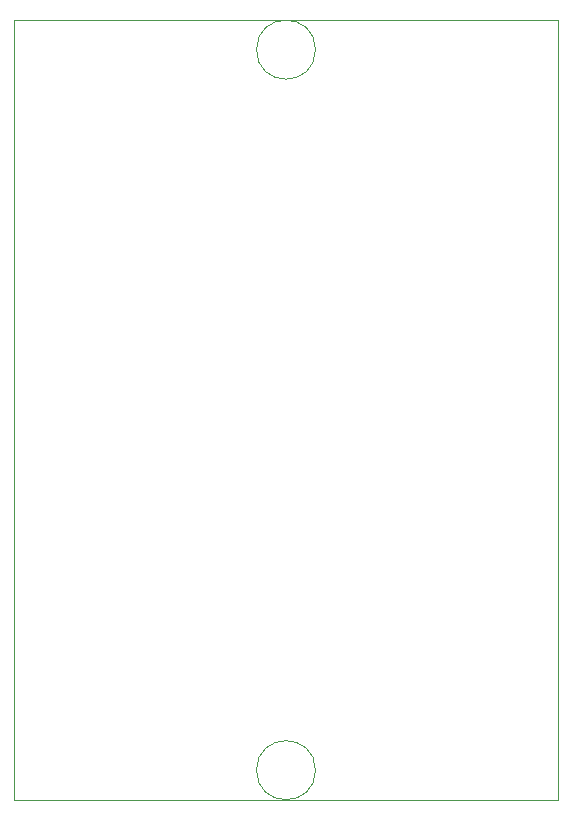
<source format=gbr>
G04 #@! TF.GenerationSoftware,KiCad,Pcbnew,(5.1.2)-2*
G04 #@! TF.CreationDate,2021-08-28T01:19:33-04:00*
G04 #@! TF.ProjectId,MAG_Plus,4d41475f-506c-4757-932e-6b696361645f,rev?*
G04 #@! TF.SameCoordinates,Original*
G04 #@! TF.FileFunction,Legend,Bot*
G04 #@! TF.FilePolarity,Positive*
%FSLAX46Y46*%
G04 Gerber Fmt 4.6, Leading zero omitted, Abs format (unit mm)*
G04 Created by KiCad (PCBNEW (5.1.2)-2) date 2021-08-28 01:19:33*
%MOMM*%
%LPD*%
G04 APERTURE LIST*
%ADD10C,0.120000*%
G04 APERTURE END LIST*
D10*
X317300000Y-46790000D02*
G75*
G03X317300000Y-46790000I-2500000J0D01*
G01*
X317300000Y-107800000D02*
G75*
G03X317300000Y-107800000I-2500000J0D01*
G01*
X337800000Y-110300000D02*
X337800000Y-44290000D01*
X291800000Y-44290000D02*
X291800000Y-110300000D01*
X291800000Y-110300000D02*
X337800000Y-110300000D01*
X291800000Y-44290000D02*
X337800000Y-44290000D01*
M02*

</source>
